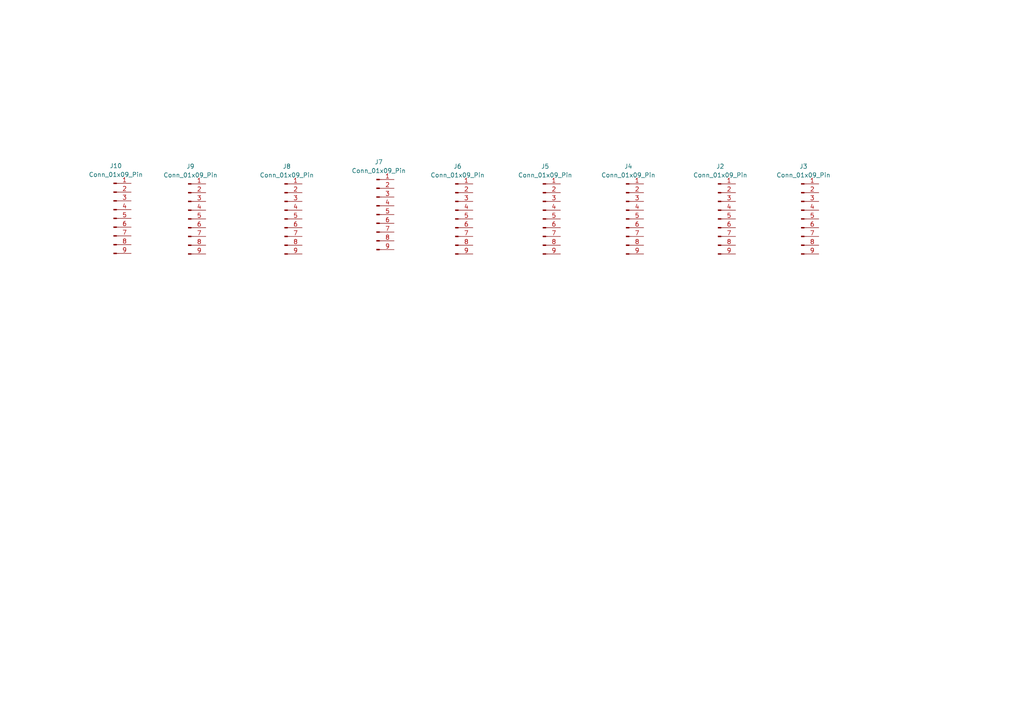
<source format=kicad_sch>
(kicad_sch (version 20231120) (generator "eeschema") (generator_version "8.0")
  (paper "A4")
  (lib_symbols
    (symbol "Connector:Conn_01x09_Pin" (pin_names (offset 1.016) hide)
      (property "Reference" "J" (at 0 12.7 0))
      (property "Value" "Conn_01x09_Pin" (at 0 -12.7 0))
      (symbol "Conn_01x09_Pin_1_1"
        (polyline (pts (xy 1.27 -10.16) (xy 0.8636 -10.16)) (stroke (width 0.1524)))
        (polyline (pts (xy 1.27 -7.62) (xy 0.8636 -7.62)) (stroke (width 0.1524)))
        (polyline (pts (xy 1.27 -5.08) (xy 0.8636 -5.08)) (stroke (width 0.1524)))
        (polyline (pts (xy 1.27 -2.54) (xy 0.8636 -2.54)) (stroke (width 0.1524)))
        (polyline (pts (xy 1.27 0) (xy 0.8636 0)) (stroke (width 0.1524)))
        (polyline (pts (xy 1.27 2.54) (xy 0.8636 2.54)) (stroke (width 0.1524)))
        (polyline (pts (xy 1.27 5.08) (xy 0.8636 5.08)) (stroke (width 0.1524)))
        (polyline (pts (xy 1.27 7.62) (xy 0.8636 7.62)) (stroke (width 0.1524)))
        (polyline (pts (xy 1.27 10.16) (xy 0.8636 10.16)) (stroke (width 0.1524)))
        (rectangle (start 0.8636 -10.033) (end 0 -10.287) (stroke (width 0.1524)) (fill (type outline)))
        (rectangle (start 0.8636 -7.493) (end 0 -7.747) (stroke (width 0.1524)) (fill (type outline)))
        (rectangle (start 0.8636 -4.953) (end 0 -5.207) (stroke (width 0.1524)) (fill (type outline)))
        (rectangle (start 0.8636 -2.413) (end 0 -2.667) (stroke (width 0.1524)) (fill (type outline)))
        (rectangle (start 0.8636 0.127) (end 0 -0.127) (stroke (width 0.1524)) (fill (type outline)))
        (rectangle (start 0.8636 2.667) (end 0 2.413) (stroke (width 0.1524)) (fill (type outline)))
        (rectangle (start 0.8636 5.207) (end 0 4.953) (stroke (width 0.1524)) (fill (type outline)))
        (rectangle (start 0.8636 7.747) (end 0 7.493) (stroke (width 0.1524)) (fill (type outline)))
        (rectangle (start 0.8636 10.287) (end 0 10.033) (stroke (width 0.1524)) (fill (type outline)))
        (pin passive line (at 5.08 10.16 180) (length 3.81) (name "Pin_1") (number "1"))
        (pin passive line (at 5.08 7.62 180) (length 3.81) (name "Pin_2") (number "2"))
        (pin passive line (at 5.08 5.08 180) (length 3.81) (name "Pin_3") (number "3"))
        (pin passive line (at 5.08 2.54 180) (length 3.81) (name "Pin_4") (number "4"))
        (pin passive line (at 5.08 0 180) (length 3.81) (name "Pin_5") (number "5"))
        (pin passive line (at 5.08 -2.54 180) (length 3.81) (name "Pin_6") (number "6"))
        (pin passive line (at 5.08 -5.08 180) (length 3.81) (name "Pin_7") (number "7"))
        (pin passive line (at 5.08 -7.62 180) (length 3.81) (name "Pin_8") (number "8"))
        (pin passive line (at 5.08 -10.16 180) (length 3.81) (name "Pin_9") (number "9"))
      )
    )
  )
  (symbol (lib_id "Connector:Conn_01x09_Pin") (at 157.48 63.5 0) (unit 1)
    (property "Reference" "J5" (at 158.115 48.26 0))
    (property "Value" "Conn_01x09_Pin" (at 158.115 50.8 0))
    (property "Description" "Generic connector, single row, 01x09, script generated" (effects (hide yes)))
  )
  (symbol (lib_id "Connector:Conn_01x09_Pin") (at 208.28 63.5 0) (unit 1)
    (property "Reference" "J2" (at 208.915 48.26 0))
    (property "Value" "Conn_01x09_Pin" (at 208.915 50.8 0))
    (property "Description" "Generic connector, single row, 01x09, script generated" (effects (hide yes)))
  )
  (symbol (lib_id "Connector:Conn_01x09_Pin") (at 232.41 63.5 0) (unit 1)
    (property "Reference" "J3" (at 233.045 48.26 0))
    (property "Value" "Conn_01x09_Pin" (at 233.045 50.8 0))
    (property "Description" "Generic connector, single row, 01x09, script generated" (effects (hide yes)))
  )
  (symbol (lib_id "Connector:Conn_01x09_Pin") (at 54.61 63.5 0) (unit 1)
    (property "Reference" "J9" (at 55.245 48.26 0))
    (property "Value" "Conn_01x09_Pin" (at 55.245 50.8 0))
    (property "Description" "Generic connector, single row, 01x09, script generated" (effects (hide yes)))
  )
  (symbol (lib_id "Connector:Conn_01x09_Pin") (at 132.08 63.5 0) (unit 1)
    (property "Reference" "J6" (at 132.715 48.26 0))
    (property "Value" "Conn_01x09_Pin" (at 132.715 50.8 0))
    (property "Description" "Generic connector, single row, 01x09, script generated" (effects (hide yes)))
  )
  (symbol (lib_id "Connector:Conn_01x09_Pin") (at 32.9579 63.3436 0) (unit 1)
    (property "Reference" "J10" (at 33.5929 48.1036 0))
    (property "Value" "Conn_01x09_Pin" (at 33.5929 50.6436 0))
    (property "Description" "Generic connector, single row, 01x09, script generated" (effects (hide yes)))
  )
  (symbol (lib_id "Connector:Conn_01x09_Pin") (at 82.55 63.5 0) (unit 1)
    (property "Reference" "J8" (at 83.185 48.26 0))
    (property "Value" "Conn_01x09_Pin" (at 83.185 50.8 0))
    (property "Description" "Generic connector, single row, 01x09, script generated" (effects (hide yes)))
  )
  (symbol (lib_id "Connector:Conn_01x09_Pin") (at 181.61 63.5 0) (unit 1)
    (property "Reference" "J4" (at 182.245 48.26 0))
    (property "Value" "Conn_01x09_Pin" (at 182.245 50.8 0))
    (property "Description" "Generic connector, single row, 01x09, script generated" (effects (hide yes)))
  )
  (symbol (lib_id "Connector:Conn_01x09_Pin") (at 109.22 62.23 0) (unit 1)
    (property "Reference" "J7" (at 109.855 46.99 0))
    (property "Value" "Conn_01x09_Pin" (at 109.855 49.53 0))
    (property "Description" "Generic connector, single row, 01x09, script generated" (effects (hide yes)))
  )
)
</source>
